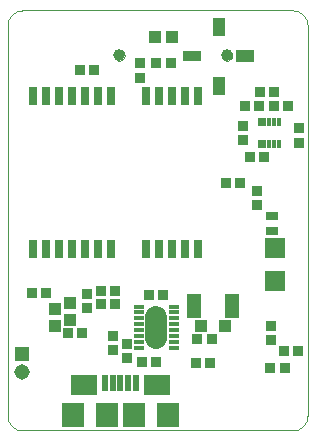
<source format=gbs>
G75*
%MOIN*%
%OFA0B0*%
%FSLAX24Y24*%
%IPPOS*%
%LPD*%
%AMOC8*
5,1,8,0,0,1.08239X$1,22.5*
%
%ADD10C,0.0000*%
%ADD11R,0.0290X0.0631*%
%ADD12C,0.0390*%
%ADD13R,0.0355X0.0355*%
%ADD14R,0.0631X0.0355*%
%ADD15R,0.0434X0.0631*%
%ADD16R,0.0631X0.0434*%
%ADD17R,0.0867X0.0670*%
%ADD18R,0.0197X0.0571*%
%ADD19R,0.0749X0.0788*%
%ADD20C,0.0749*%
%ADD21R,0.0355X0.0138*%
%ADD22R,0.0516X0.0516*%
%ADD23C,0.0516*%
%ADD24R,0.0434X0.0434*%
%ADD25R,0.0512X0.0827*%
%ADD26R,0.0670X0.0670*%
%ADD27R,0.0440X0.0440*%
%ADD28R,0.0119X0.0316*%
%ADD29R,0.0394X0.0316*%
D10*
X000301Y000700D02*
X000301Y013700D01*
X000303Y013744D01*
X000309Y013787D01*
X000318Y013829D01*
X000331Y013871D01*
X000348Y013911D01*
X000368Y013950D01*
X000391Y013987D01*
X000418Y014021D01*
X000447Y014054D01*
X000480Y014083D01*
X000514Y014110D01*
X000551Y014133D01*
X000590Y014153D01*
X000630Y014170D01*
X000672Y014183D01*
X000714Y014192D01*
X000757Y014198D01*
X000801Y014200D01*
X009801Y014200D01*
X009845Y014198D01*
X009888Y014192D01*
X009930Y014183D01*
X009972Y014170D01*
X010012Y014153D01*
X010051Y014133D01*
X010088Y014110D01*
X010122Y014083D01*
X010155Y014054D01*
X010184Y014021D01*
X010211Y013987D01*
X010234Y013950D01*
X010254Y013911D01*
X010271Y013871D01*
X010284Y013829D01*
X010293Y013787D01*
X010299Y013744D01*
X010301Y013700D01*
X010301Y000700D01*
X010299Y000656D01*
X010293Y000613D01*
X010284Y000571D01*
X010271Y000529D01*
X010254Y000489D01*
X010234Y000450D01*
X010211Y000413D01*
X010184Y000379D01*
X010155Y000346D01*
X010122Y000317D01*
X010088Y000290D01*
X010051Y000267D01*
X010012Y000247D01*
X009972Y000230D01*
X009930Y000217D01*
X009888Y000208D01*
X009845Y000202D01*
X009801Y000200D01*
X000801Y000200D01*
X000757Y000202D01*
X000714Y000208D01*
X000672Y000217D01*
X000630Y000230D01*
X000590Y000247D01*
X000551Y000267D01*
X000514Y000290D01*
X000480Y000317D01*
X000447Y000346D01*
X000418Y000379D01*
X000391Y000413D01*
X000368Y000450D01*
X000348Y000489D01*
X000331Y000529D01*
X000318Y000571D01*
X000309Y000613D01*
X000303Y000656D01*
X000301Y000700D01*
X003853Y012704D02*
X003855Y012730D01*
X003861Y012756D01*
X003870Y012780D01*
X003883Y012803D01*
X003900Y012823D01*
X003919Y012841D01*
X003941Y012856D01*
X003964Y012867D01*
X003989Y012875D01*
X004015Y012879D01*
X004041Y012879D01*
X004067Y012875D01*
X004092Y012867D01*
X004116Y012856D01*
X004137Y012841D01*
X004156Y012823D01*
X004173Y012803D01*
X004186Y012780D01*
X004195Y012756D01*
X004201Y012730D01*
X004203Y012704D01*
X004201Y012678D01*
X004195Y012652D01*
X004186Y012628D01*
X004173Y012605D01*
X004156Y012585D01*
X004137Y012567D01*
X004115Y012552D01*
X004092Y012541D01*
X004067Y012533D01*
X004041Y012529D01*
X004015Y012529D01*
X003989Y012533D01*
X003964Y012541D01*
X003940Y012552D01*
X003919Y012567D01*
X003900Y012585D01*
X003883Y012605D01*
X003870Y012628D01*
X003861Y012652D01*
X003855Y012678D01*
X003853Y012704D01*
X007436Y012704D02*
X007438Y012730D01*
X007444Y012756D01*
X007453Y012780D01*
X007466Y012803D01*
X007483Y012823D01*
X007502Y012841D01*
X007524Y012856D01*
X007547Y012867D01*
X007572Y012875D01*
X007598Y012879D01*
X007624Y012879D01*
X007650Y012875D01*
X007675Y012867D01*
X007699Y012856D01*
X007720Y012841D01*
X007739Y012823D01*
X007756Y012803D01*
X007769Y012780D01*
X007778Y012756D01*
X007784Y012730D01*
X007786Y012704D01*
X007784Y012678D01*
X007778Y012652D01*
X007769Y012628D01*
X007756Y012605D01*
X007739Y012585D01*
X007720Y012567D01*
X007698Y012552D01*
X007675Y012541D01*
X007650Y012533D01*
X007624Y012529D01*
X007598Y012529D01*
X007572Y012533D01*
X007547Y012541D01*
X007523Y012552D01*
X007502Y012567D01*
X007483Y012585D01*
X007466Y012605D01*
X007453Y012628D01*
X007444Y012652D01*
X007438Y012678D01*
X007436Y012704D01*
D11*
X006657Y011357D03*
X006223Y011357D03*
X005790Y011357D03*
X005357Y011357D03*
X004924Y011357D03*
X003743Y011357D03*
X003310Y011357D03*
X002877Y011357D03*
X002444Y011357D03*
X002011Y011357D03*
X001578Y011357D03*
X001145Y011357D03*
X001145Y006239D03*
X001578Y006239D03*
X002011Y006239D03*
X002444Y006239D03*
X002877Y006239D03*
X003310Y006239D03*
X003743Y006239D03*
X004924Y006239D03*
X005357Y006239D03*
X005790Y006239D03*
X006223Y006239D03*
X006657Y006239D03*
D12*
X007611Y012704D03*
X004028Y012704D03*
D13*
X004701Y012436D03*
X004701Y011964D03*
X005264Y012440D03*
X005737Y012440D03*
X008224Y011000D03*
X008697Y011000D03*
X008704Y011480D03*
X009177Y011480D03*
X009184Y011000D03*
X009657Y011000D03*
X010033Y010270D03*
X010033Y009797D03*
X008857Y009318D03*
X008384Y009318D03*
X008141Y009884D03*
X008141Y010356D03*
X008053Y008440D03*
X007581Y008440D03*
X008621Y008196D03*
X008621Y007724D03*
X009068Y003681D03*
X009068Y003208D03*
X009501Y002841D03*
X009973Y002841D03*
X009535Y002280D03*
X009063Y002280D03*
X007101Y003239D03*
X006628Y003239D03*
X006585Y002443D03*
X007057Y002443D03*
X005494Y004722D03*
X005022Y004722D03*
X003899Y004842D03*
X003899Y004402D03*
X003427Y004402D03*
X003427Y004842D03*
X002941Y004758D03*
X002941Y004285D03*
X002777Y003443D03*
X002304Y003443D03*
X001579Y004769D03*
X001107Y004769D03*
X003834Y003363D03*
X003834Y002891D03*
X004275Y003092D03*
X004275Y002619D03*
X004782Y002480D03*
X005254Y002480D03*
X003177Y012200D03*
X002704Y012200D03*
D14*
X006455Y012680D03*
D15*
X007341Y011696D03*
X007341Y013664D03*
D16*
X008226Y012680D03*
D17*
X005281Y001725D03*
X002840Y001725D03*
D18*
X003549Y001774D03*
X003805Y001774D03*
X004061Y001774D03*
X004317Y001774D03*
X004572Y001774D03*
D19*
X004513Y000721D03*
X003608Y000721D03*
X002486Y000721D03*
X005635Y000721D03*
D20*
X005261Y003287D02*
X005261Y003996D01*
D21*
X004670Y003937D03*
X004670Y004134D03*
X004670Y004330D03*
X004670Y003740D03*
X004670Y003543D03*
X004670Y003346D03*
X004670Y003149D03*
X004670Y002953D03*
X005851Y002953D03*
X005851Y003149D03*
X005851Y003346D03*
X005851Y003543D03*
X005851Y003740D03*
X005851Y003937D03*
X005851Y004134D03*
X005851Y004330D03*
D22*
X000797Y002754D03*
D23*
X000797Y002164D03*
D24*
X006749Y003681D03*
X007536Y003681D03*
D25*
X007771Y004364D03*
X006511Y004364D03*
D26*
X009210Y005169D03*
X009210Y006271D03*
D27*
X005776Y013320D03*
X005225Y013320D03*
X002381Y004440D03*
X002381Y003889D03*
X001888Y003687D03*
X001888Y004238D03*
D28*
X008706Y009746D03*
X008863Y009746D03*
X009021Y009746D03*
X009178Y009746D03*
X009336Y009746D03*
X009336Y010494D03*
X009178Y010494D03*
X009021Y010494D03*
X008863Y010494D03*
X008706Y010494D03*
D29*
X009109Y007358D03*
X009109Y006846D03*
M02*

</source>
